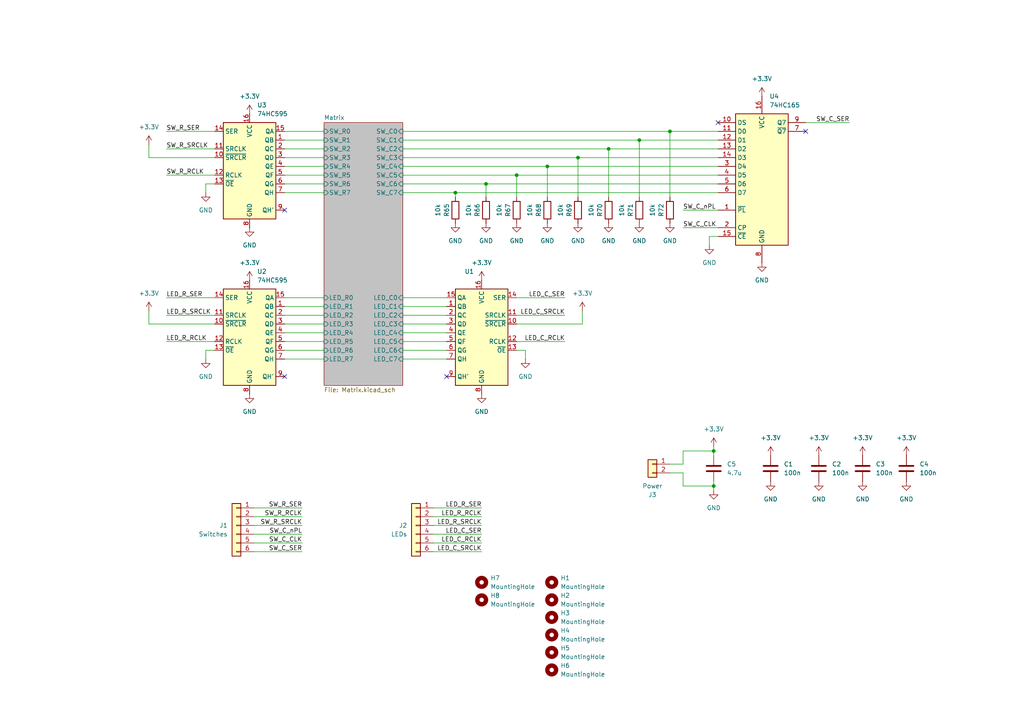
<source format=kicad_sch>
(kicad_sch (version 20231120) (generator "eeschema") (generator_version "8.0")
  (paper "A4")
  (title_block (title "Keyboard Cherry MX") (date "2024-09-21") (rev "1"))
  (lib_symbols
    (symbol "74xx:74HC165"
      (property "Reference" "U" (at -7.62 19.05 0))
      (property "Value" "74HC165" (at -7.62 -21.59 0))
      (symbol "74HC165_1_0"
        (pin input line (at -12.7 -10.16 0) (length 5.08) (name "~{PL}") (number "1"))
        (pin input line (at -12.7 15.24 0) (length 5.08) (name "DS") (number "10"))
        (pin input line (at -12.7 12.7 0) (length 5.08) (name "D0") (number "11"))
        (pin input line (at -12.7 10.16 0) (length 5.08) (name "D1") (number "12"))
        (pin input line (at -12.7 7.62 0) (length 5.08) (name "D2") (number "13"))
        (pin input line (at -12.7 5.08 0) (length 5.08) (name "D3") (number "14"))
        (pin input line (at -12.7 -17.78 0) (length 5.08) (name "~{CE}") (number "15"))
        (pin power_in line (at 0 22.86 270) (length 5.08) (name "VCC") (number "16"))
        (pin input line (at -12.7 -15.24 0) (length 5.08) (name "CP") (number "2"))
        (pin input line (at -12.7 2.54 0) (length 5.08) (name "D4") (number "3"))
        (pin input line (at -12.7 0 0) (length 5.08) (name "D5") (number "4"))
        (pin input line (at -12.7 -2.54 0) (length 5.08) (name "D6") (number "5"))
        (pin input line (at -12.7 -5.08 0) (length 5.08) (name "D7") (number "6"))
        (pin output line (at 12.7 12.7 180) (length 5.08) (name "~{Q7}") (number "7"))
        (pin power_in line (at 0 -25.4 90) (length 5.08) (name "GND") (number "8"))
        (pin output line (at 12.7 15.24 180) (length 5.08) (name "Q7") (number "9"))
      )
      (symbol "74HC165_1_1"
        (rectangle (start -7.62 17.78) (end 7.62 -20.32) (stroke (width 0.254)) (fill (type background)))
      )
    )
    (symbol "74xx:74HC595"
      (property "Reference" "U" (at -7.62 13.97 0))
      (property "Value" "74HC595" (at -7.62 -16.51 0))
      (symbol "74HC595_1_0"
        (pin tri_state line (at 10.16 7.62 180) (length 2.54) (name "QB") (number "1"))
        (pin input line (at -10.16 2.54 0) (length 2.54) (name "~{SRCLR}") (number "10"))
        (pin input line (at -10.16 5.08 0) (length 2.54) (name "SRCLK") (number "11"))
        (pin input line (at -10.16 -2.54 0) (length 2.54) (name "RCLK") (number "12"))
        (pin input line (at -10.16 -5.08 0) (length 2.54) (name "~{OE}") (number "13"))
        (pin input line (at -10.16 10.16 0) (length 2.54) (name "SER") (number "14"))
        (pin tri_state line (at 10.16 10.16 180) (length 2.54) (name "QA") (number "15"))
        (pin power_in line (at 0 15.24 270) (length 2.54) (name "VCC") (number "16"))
        (pin tri_state line (at 10.16 5.08 180) (length 2.54) (name "QC") (number "2"))
        (pin tri_state line (at 10.16 2.54 180) (length 2.54) (name "QD") (number "3"))
        (pin tri_state line (at 10.16 0 180) (length 2.54) (name "QE") (number "4"))
        (pin tri_state line (at 10.16 -2.54 180) (length 2.54) (name "QF") (number "5"))
        (pin tri_state line (at 10.16 -5.08 180) (length 2.54) (name "QG") (number "6"))
        (pin tri_state line (at 10.16 -7.62 180) (length 2.54) (name "QH") (number "7"))
        (pin power_in line (at 0 -17.78 90) (length 2.54) (name "GND") (number "8"))
        (pin output line (at 10.16 -12.7 180) (length 2.54) (name "QH'") (number "9"))
      )
      (symbol "74HC595_1_1"
        (rectangle (start -7.62 12.7) (end 7.62 -15.24) (stroke (width 0.254)) (fill (type background)))
      )
    )
    (symbol "Connector_Generic:Conn_01x02" (pin_names (offset 1.016) hide)
      (property "Reference" "J" (at 0 2.54 0))
      (property "Value" "Conn_01x02" (at 0 -5.08 0))
      (symbol "Conn_01x02_1_1"
        (rectangle (start -1.27 -2.413) (end 0 -2.667) (stroke (width 0.1524)))
        (rectangle (start -1.27 0.127) (end 0 -0.127) (stroke (width 0.1524)))
        (rectangle (start -1.27 1.27) (end 1.27 -3.81) (stroke (width 0.254)) (fill (type background)))
        (pin passive line (at -5.08 0 0) (length 3.81) (name "Pin_1") (number "1"))
        (pin passive line (at -5.08 -2.54 0) (length 3.81) (name "Pin_2") (number "2"))
      )
    )
    (symbol "Connector_Generic:Conn_01x06" (pin_names (offset 1.016) hide)
      (property "Reference" "J" (at 0 7.62 0))
      (property "Value" "Conn_01x06" (at 0 -10.16 0))
      (symbol "Conn_01x06_1_1"
        (rectangle (start -1.27 -7.493) (end 0 -7.747) (stroke (width 0.1524)))
        (rectangle (start -1.27 -4.953) (end 0 -5.207) (stroke (width 0.1524)))
        (rectangle (start -1.27 -2.413) (end 0 -2.667) (stroke (width 0.1524)))
        (rectangle (start -1.27 0.127) (end 0 -0.127) (stroke (width 0.1524)))
        (rectangle (start -1.27 2.667) (end 0 2.413) (stroke (width 0.1524)))
        (rectangle (start -1.27 5.207) (end 0 4.953) (stroke (width 0.1524)))
        (rectangle (start -1.27 6.35) (end 1.27 -8.89) (stroke (width 0.254)) (fill (type background)))
        (pin passive line (at -5.08 5.08 0) (length 3.81) (name "Pin_1") (number "1"))
        (pin passive line (at -5.08 2.54 0) (length 3.81) (name "Pin_2") (number "2"))
        (pin passive line (at -5.08 0 0) (length 3.81) (name "Pin_3") (number "3"))
        (pin passive line (at -5.08 -2.54 0) (length 3.81) (name "Pin_4") (number "4"))
        (pin passive line (at -5.08 -5.08 0) (length 3.81) (name "Pin_5") (number "5"))
        (pin passive line (at -5.08 -7.62 0) (length 3.81) (name "Pin_6") (number "6"))
      )
    )
    (symbol "Device:C" (pin_numbers hide) (pin_names (offset 0.254))
      (property "Reference" "C" (at 0.635 2.54 0))
      (property "Value" "C" (at 0.635 -2.54 0))
      (symbol "C_0_1"
        (polyline (pts (xy -2.032 -0.762) (xy 2.032 -0.762)) (stroke (width 0.508)))
        (polyline (pts (xy -2.032 0.762) (xy 2.032 0.762)) (stroke (width 0.508)))
      )
      (symbol "C_1_1"
        (pin passive line (at 0 3.81 270) (length 2.794) (name "~") (number "1"))
        (pin passive line (at 0 -3.81 90) (length 2.794) (name "~") (number "2"))
      )
    )
    (symbol "Device:R" (pin_numbers hide) (pin_names (offset 0))
      (property "Reference" "R" (at 2.032 0 90))
      (property "Value" "R" (at 0 0 90))
      (symbol "R_0_1"
        (rectangle (start -1.016 -2.54) (end 1.016 2.54) (stroke (width 0.254)))
      )
      (symbol "R_1_1"
        (pin passive line (at 0 3.81 270) (length 1.27) (name "~") (number "1"))
        (pin passive line (at 0 -3.81 90) (length 1.27) (name "~") (number "2"))
      )
    )
    (symbol "Mechanical:MountingHole" (pin_names (offset 1.016)) (exclude_from_sim yes) (in_bom no)
      (property "Reference" "H" (at 0 5.08 0))
      (property "Value" "MountingHole" (at 0 3.175 0))
      (symbol "MountingHole_0_1"
        (circle (center 0 0) (radius 1.27) (stroke (width 1.27)))
      )
    )
    (symbol "power:+3.3V" (power) (pin_numbers hide) (pin_names (offset 0) hide)
      (property "Value" "+3.3V" (at 0 3.556 0))
      (symbol "+3.3V_0_1"
        (polyline (pts (xy -0.762 1.27) (xy 0 2.54)))
        (polyline (pts (xy 0 0) (xy 0 2.54)))
        (polyline (pts (xy 0 2.54) (xy 0.762 1.27)))
      )
      (symbol "+3.3V_1_1"
        (pin power_in line (at 0 0 90) (length 0) (name "~") (number "1"))
      )
    )
    (symbol "power:GND" (power) (pin_numbers hide) (pin_names (offset 0) hide)
      (property "Value" "GND" (at 0 -3.81 0))
      (symbol "GND_0_1"
        (polyline (pts (xy 0 0) (xy 0 -1.27) (xy 1.27 -1.27) (xy 0 -2.54) (xy -1.27 -1.27) (xy 0 -1.27)))
      )
      (symbol "GND_1_1"
        (pin power_in line (at 0 0 270) (length 0) (name "~") (number "1"))
      )
    )
  )
  (junction (at 207.01 140.97))
  (junction (at 149.86 50.8))
  (junction (at 158.75 48.26))
  (junction (at 207.01 130.81))
  (junction (at 176.53 43.18))
  (junction (at 132.08 55.88))
  (junction (at 140.97 53.34))
  (junction (at 185.42 40.64))
  (junction (at 167.64 45.72))
  (junction (at 194.31 38.1))
  (no_connect (at 208.28 35.56))
  (no_connect (at 129.54 109.22))
  (no_connect (at 82.55 109.22))
  (no_connect (at 82.55 60.96))
  (no_connect (at 233.68 38.1))
  (wire (pts (xy 116.84 50.8) (xy 149.86 50.8)))
  (wire (pts (xy 82.55 91.44) (xy 93.98 91.44)))
  (wire (pts (xy 207.01 129.54) (xy 207.01 130.81)))
  (wire (pts (xy 82.55 96.52) (xy 93.98 96.52)))
  (wire (pts (xy 149.86 91.44) (xy 163.83 91.44)))
  (wire (pts (xy 208.28 45.72) (xy 167.64 45.72)))
  (wire (pts (xy 82.55 40.64) (xy 93.98 40.64)))
  (wire (pts (xy 176.53 43.18) (xy 176.53 57.15)))
  (wire (pts (xy 233.68 35.56) (xy 246.38 35.56)))
  (wire (pts (xy 116.84 101.6) (xy 129.54 101.6)))
  (wire (pts (xy 208.28 43.18) (xy 176.53 43.18)))
  (wire (pts (xy 116.84 40.64) (xy 185.42 40.64)))
  (wire (pts (xy 198.12 137.16) (xy 198.12 140.97)))
  (wire (pts (xy 208.28 40.64) (xy 185.42 40.64)))
  (wire (pts (xy 82.55 101.6) (xy 93.98 101.6)))
  (wire (pts (xy 139.7 152.4) (xy 125.73 152.4)))
  (wire (pts (xy 116.84 48.26) (xy 158.75 48.26)))
  (wire (pts (xy 139.7 149.86) (xy 125.73 149.86)))
  (wire (pts (xy 43.18 45.72) (xy 43.18 41.91)))
  (wire (pts (xy 194.31 38.1) (xy 194.31 57.15)))
  (wire (pts (xy 87.63 149.86) (xy 73.66 149.86)))
  (wire (pts (xy 48.26 38.1) (xy 62.23 38.1)))
  (wire (pts (xy 82.55 48.26) (xy 93.98 48.26)))
  (wire (pts (xy 116.84 93.98) (xy 129.54 93.98)))
  (wire (pts (xy 208.28 38.1) (xy 194.31 38.1)))
  (wire (pts (xy 62.23 93.98) (xy 43.18 93.98)))
  (wire (pts (xy 82.55 55.88) (xy 93.98 55.88)))
  (wire (pts (xy 82.55 86.36) (xy 93.98 86.36)))
  (wire (pts (xy 208.28 48.26) (xy 158.75 48.26)))
  (wire (pts (xy 116.84 99.06) (xy 129.54 99.06)))
  (wire (pts (xy 82.55 45.72) (xy 93.98 45.72)))
  (wire (pts (xy 194.31 134.62) (xy 198.12 134.62)))
  (wire (pts (xy 205.74 68.58) (xy 208.28 68.58)))
  (wire (pts (xy 198.12 66.04) (xy 208.28 66.04)))
  (wire (pts (xy 82.55 104.14) (xy 93.98 104.14)))
  (wire (pts (xy 62.23 45.72) (xy 43.18 45.72)))
  (wire (pts (xy 208.28 53.34) (xy 140.97 53.34)))
  (wire (pts (xy 116.84 96.52) (xy 129.54 96.52)))
  (wire (pts (xy 139.7 154.94) (xy 125.73 154.94)))
  (wire (pts (xy 59.69 101.6) (xy 59.69 104.14)))
  (wire (pts (xy 163.83 86.36) (xy 149.86 86.36)))
  (wire (pts (xy 82.55 53.34) (xy 93.98 53.34)))
  (wire (pts (xy 82.55 88.9) (xy 93.98 88.9)))
  (wire (pts (xy 82.55 38.1) (xy 93.98 38.1)))
  (wire (pts (xy 198.12 140.97) (xy 207.01 140.97)))
  (wire (pts (xy 48.26 43.18) (xy 62.23 43.18)))
  (wire (pts (xy 168.91 90.17) (xy 168.91 93.98)))
  (wire (pts (xy 73.66 160.02) (xy 87.63 160.02)))
  (wire (pts (xy 87.63 147.32) (xy 73.66 147.32)))
  (wire (pts (xy 62.23 53.34) (xy 59.69 53.34)))
  (wire (pts (xy 149.86 101.6) (xy 152.4 101.6)))
  (wire (pts (xy 82.55 99.06) (xy 93.98 99.06)))
  (wire (pts (xy 62.23 101.6) (xy 59.69 101.6)))
  (wire (pts (xy 73.66 154.94) (xy 87.63 154.94)))
  (wire (pts (xy 87.63 152.4) (xy 73.66 152.4)))
  (wire (pts (xy 163.83 99.06) (xy 149.86 99.06)))
  (wire (pts (xy 140.97 53.34) (xy 140.97 57.15)))
  (wire (pts (xy 82.55 43.18) (xy 93.98 43.18)))
  (wire (pts (xy 207.01 130.81) (xy 207.01 132.08)))
  (wire (pts (xy 116.84 86.36) (xy 129.54 86.36)))
  (wire (pts (xy 116.84 55.88) (xy 132.08 55.88)))
  (wire (pts (xy 207.01 140.97) (xy 207.01 139.7)))
  (wire (pts (xy 152.4 101.6) (xy 152.4 104.14)))
  (wire (pts (xy 139.7 147.32) (xy 125.73 147.32)))
  (wire (pts (xy 198.12 60.96) (xy 208.28 60.96)))
  (wire (pts (xy 185.42 40.64) (xy 185.42 57.15)))
  (wire (pts (xy 43.18 93.98) (xy 43.18 90.17)))
  (wire (pts (xy 82.55 93.98) (xy 93.98 93.98)))
  (wire (pts (xy 59.69 53.34) (xy 59.69 55.88)))
  (wire (pts (xy 125.73 160.02) (xy 139.7 160.02)))
  (wire (pts (xy 116.84 91.44) (xy 129.54 91.44)))
  (wire (pts (xy 205.74 71.12) (xy 205.74 68.58)))
  (wire (pts (xy 73.66 157.48) (xy 87.63 157.48)))
  (wire (pts (xy 139.7 157.48) (xy 125.73 157.48)))
  (wire (pts (xy 48.26 91.44) (xy 62.23 91.44)))
  (wire (pts (xy 208.28 55.88) (xy 132.08 55.88)))
  (wire (pts (xy 48.26 50.8) (xy 62.23 50.8)))
  (wire (pts (xy 116.84 43.18) (xy 176.53 43.18)))
  (wire (pts (xy 48.26 86.36) (xy 62.23 86.36)))
  (wire (pts (xy 82.55 50.8) (xy 93.98 50.8)))
  (wire (pts (xy 116.84 45.72) (xy 167.64 45.72)))
  (wire (pts (xy 208.28 50.8) (xy 149.86 50.8)))
  (wire (pts (xy 116.84 38.1) (xy 194.31 38.1)))
  (wire (pts (xy 198.12 134.62) (xy 198.12 130.81)))
  (wire (pts (xy 116.84 53.34) (xy 140.97 53.34)))
  (wire (pts (xy 167.64 45.72) (xy 167.64 57.15)))
  (wire (pts (xy 198.12 130.81) (xy 207.01 130.81)))
  (wire (pts (xy 48.26 99.06) (xy 62.23 99.06)))
  (wire (pts (xy 132.08 55.88) (xy 132.08 57.15)))
  (wire (pts (xy 116.84 88.9) (xy 129.54 88.9)))
  (wire (pts (xy 158.75 48.26) (xy 158.75 57.15)))
  (wire (pts (xy 149.86 93.98) (xy 168.91 93.98)))
  (wire (pts (xy 207.01 142.24) (xy 207.01 140.97)))
  (wire (pts (xy 116.84 104.14) (xy 129.54 104.14)))
  (wire (pts (xy 194.31 137.16) (xy 198.12 137.16)))
  (wire (pts (xy 149.86 50.8) (xy 149.86 57.15)))
  (label "LED_R_SER" (at 139.7 147.32 180))
  (label "LED_C_RCLK" (at 163.83 99.06 180))
  (label "LED_C_SER" (at 139.7 154.94 180))
  (label "SW_R_RCLK" (at 48.26 50.8 0))
  (label "SW_R_SRCLK" (at 48.26 43.18 0))
  (label "SW_C_SER" (at 246.38 35.56 180))
  (label "LED_C_SER" (at 163.83 86.36 180))
  (label "LED_C_SRCLK" (at 139.7 160.02 180))
  (label "SW_C_SER" (at 87.63 160.02 180))
  (label "SW_R_SER" (at 48.26 38.1 0))
  (label "SW_R_RCLK" (at 87.63 149.86 180))
  (label "SW_R_SRCLK" (at 87.63 152.4 180))
  (label "SW_C_nPL" (at 198.12 60.96 0))
  (label "LED_R_RCLK" (at 48.26 99.06 0))
  (label "LED_C_RCLK" (at 139.7 157.48 180))
  (label "SW_C_CLK" (at 87.63 157.48 180))
  (label "SW_R_SER" (at 87.63 147.32 180))
  (label "LED_R_SER" (at 48.26 86.36 0))
  (label "SW_C_CLK" (at 198.12 66.04 0))
  (label "LED_R_SRCLK" (at 139.7 152.4 180))
  (label "LED_C_SRCLK" (at 163.83 91.44 180))
  (label "LED_R_RCLK" (at 139.7 149.86 180))
  (label "SW_C_nPL" (at 87.63 154.94 180))
  (label "LED_R_SRCLK" (at 48.26 91.44 0))
  (symbol (lib_id "Mechanical:MountingHole") (at 160.02 184.15 0) (unit 1) (exclude_from_sim yes) (in_bom no)
    (property "Reference" "H4" (at 162.56 182.8799 0) (effects (justify left)))
    (property "Value" "MountingHole" (at 162.56 185.4199 0) (effects (justify left)))
    (property "Footprint" "MountingHole:MountingHole_3.2mm_M3" (effects (hide yes)))
    (property "Description" "Mounting Hole without connection" (effects (hide yes)))
  )
  (symbol (lib_id "Device:R") (at 149.86 60.96 0) (mirror x) (unit 1)
    (property "Reference" "R67" (at 147.32 60.96 90))
    (property "Value" "10k" (at 144.78 60.96 90))
    (property "Footprint" "Resistor_SMD:R_0805_2012Metric" (effects (hide yes)))
    (property "Description" "Resistor" (effects (hide yes)))
  )
  (symbol (lib_id "power:GND") (at 149.86 64.77 0) (mirror y) (unit 1)
    (property "Reference" "#PWR06" (effects (hide yes)))
    (property "Value" "GND" (at 149.86 69.85 0))
    (property "Description" "Power symbol creates a global label with name \"GND\" , ground" (effects (hide yes)))
  )
  (symbol (lib_id "power:GND") (at 237.49 139.7 0) (unit 1)
    (property "Reference" "#PWR09" (effects (hide yes)))
    (property "Value" "GND" (at 237.49 144.78 0))
    (property "Description" "Power symbol creates a global label with name \"GND\" , ground" (effects (hide yes)))
  )
  (symbol (lib_id "power:+3.3V") (at 220.98 27.94 0) (unit 1)
    (property "Reference" "#PWR021" (effects (hide yes)))
    (property "Value" "+3.3V" (at 220.98 22.86 0))
    (property "Description" "Power symbol creates a global label with name \"+3.3V\"" (effects (hide yes)))
  )
  (symbol (lib_id "74xx:74HC165") (at 220.98 50.8 0) (unit 1)
    (property "Reference" "U4" (at 223.1741 27.94 0) (effects (justify left)))
    (property "Value" "74HC165" (at 223.1741 30.48 0) (effects (justify left)))
    (property "Footprint" "Package_SO:SO-16_3.9x9.9mm_P1.27mm" (effects (hide yes)))
    (property "Datasheet" "https://assets.nexperia.com/documents/data-sheet/74HC_HCT165.pdf" (effects (hide yes)))
    (property "Description" "Shift Register, 8-bit, Parallel Load" (effects (hide yes)))
  )
  (symbol (lib_id "Connector_Generic:Conn_01x02") (at 189.23 134.62 0) (mirror y) (unit 1)
    (property "Reference" "J3" (at 189.23 143.51 0))
    (property "Value" "Power" (at 189.23 140.97 0))
    (property "Footprint" "Connector_PinHeader_2.54mm:PinHeader_1x02_P2.54mm_Vertical" (effects (hide yes)))
    (property "Description" "Generic connector, single row, 01x02, script generated (kicad-library-utils/schlib/autogen/connector/)" (effects (hide yes)))
  )
  (symbol (lib_id "power:GND") (at 250.19 139.7 0) (unit 1)
    (property "Reference" "#PWR015" (effects (hide yes)))
    (property "Value" "GND" (at 250.19 144.78 0))
    (property "Description" "Power symbol creates a global label with name \"GND\" , ground" (effects (hide yes)))
  )
  (symbol (lib_id "power:GND") (at 158.75 64.77 0) (mirror y) (unit 1)
    (property "Reference" "#PWR05" (effects (hide yes)))
    (property "Value" "GND" (at 158.75 69.85 0))
    (property "Description" "Power symbol creates a global label with name \"GND\" , ground" (effects (hide yes)))
  )
  (symbol (lib_id "power:+3.3V") (at 250.19 132.08 0) (unit 1)
    (property "Reference" "#PWR023" (effects (hide yes)))
    (property "Value" "+3.3V" (at 250.19 127 0))
    (property "Description" "Power symbol creates a global label with name \"+3.3V\"" (effects (hide yes)))
  )
  (symbol (lib_id "power:+3.3V") (at 139.7 81.28 0) (unit 1)
    (property "Reference" "#PWR025" (effects (hide yes)))
    (property "Value" "+3.3V" (at 139.7 76.2 0))
    (property "Description" "Power symbol creates a global label with name \"+3.3V\"" (effects (hide yes)))
  )
  (symbol (lib_id "power:+3.3V") (at 223.52 132.08 0) (unit 1)
    (property "Reference" "#PWR019" (effects (hide yes)))
    (property "Value" "+3.3V" (at 223.52 127 0))
    (property "Description" "Power symbol creates a global label with name \"+3.3V\"" (effects (hide yes)))
  )
  (symbol (lib_id "74xx:74HC595") (at 72.39 48.26 0) (unit 1)
    (property "Reference" "U3" (at 74.5841 30.48 0) (effects (justify left)))
    (property "Value" "74HC595" (at 74.5841 33.02 0) (effects (justify left)))
    (property "Footprint" "Package_SO:SO-16_3.9x9.9mm_P1.27mm" (effects (hide yes)))
    (property "Datasheet" "http://www.ti.com/lit/ds/symlink/sn74hc595.pdf" (effects (hide yes)))
    (property "Description" "8-bit serial in/out Shift Register 3-State Outputs" (effects (hide yes)))
  )
  (symbol (lib_id "power:GND") (at 194.31 64.77 0) (mirror y) (unit 1)
    (property "Reference" "#PWR01" (effects (hide yes)))
    (property "Value" "GND" (at 194.31 69.85 0))
    (property "Description" "Power symbol creates a global label with name \"GND\" , ground" (effects (hide yes)))
  )
  (symbol (lib_id "Device:R") (at 132.08 60.96 0) (mirror x) (unit 1)
    (property "Reference" "R65" (at 129.54 60.96 90))
    (property "Value" "10k" (at 127 60.96 90))
    (property "Footprint" "Resistor_SMD:R_0805_2012Metric" (effects (hide yes)))
    (property "Description" "Resistor" (effects (hide yes)))
  )
  (symbol (lib_id "Mechanical:MountingHole") (at 139.7 173.99 0) (unit 1) (exclude_from_sim yes) (in_bom no)
    (property "Reference" "H8" (at 142.24 172.7199 0) (effects (justify left)))
    (property "Value" "MountingHole" (at 142.24 175.2599 0) (effects (justify left)))
    (property "Footprint" "MountingHole:MountingHole_3.2mm_M3" (effects (hide yes)))
    (property "Description" "Mounting Hole without connection" (effects (hide yes)))
  )
  (symbol (lib_id "power:GND") (at 72.39 66.04 0) (unit 1)
    (property "Reference" "#PWR016" (effects (hide yes)))
    (property "Value" "GND" (at 72.39 71.12 0))
    (property "Description" "Power symbol creates a global label with name \"GND\" , ground" (effects (hide yes)))
  )
  (symbol (lib_id "74xx:74HC595") (at 139.7 96.52 0) (mirror y) (unit 1)
    (property "Reference" "U1" (at 137.5059 78.74 0) (effects (justify left)))
    (property "Value" "74HC595" (effects (hide yes)))
    (property "Footprint" "Package_SO:SO-16_3.9x9.9mm_P1.27mm" (effects (hide yes)))
    (property "Datasheet" "http://www.ti.com/lit/ds/symlink/sn74hc595.pdf" (effects (hide yes)))
    (property "Description" "8-bit serial in/out Shift Register 3-State Outputs" (effects (hide yes)))
  )
  (symbol (lib_id "power:+3.3V") (at 43.18 90.17 0) (mirror y) (unit 1)
    (property "Reference" "#PWR030" (effects (hide yes)))
    (property "Value" "+3.3V" (at 43.18 85.09 0))
    (property "Description" "Power symbol creates a global label with name \"+3.3V\"" (effects (hide yes)))
  )
  (symbol (lib_id "power:GND") (at 152.4 104.14 0) (unit 1)
    (property "Reference" "#PWR027" (effects (hide yes)))
    (property "Value" "GND" (at 152.4 109.22 0))
    (property "Description" "Power symbol creates a global label with name \"GND\" , ground" (effects (hide yes)))
  )
  (symbol (lib_id "Device:C") (at 223.52 135.89 0) (unit 1)
    (property "Reference" "C1" (at 227.33 134.6199 0) (effects (justify left)))
    (property "Value" "100n" (at 227.33 137.1599 0) (effects (justify left)))
    (property "Footprint" "Capacitor_SMD:C_0805_2012Metric" (effects (hide yes)))
    (property "Description" "Unpolarized capacitor" (effects (hide yes)))
  )
  (symbol (lib_id "power:+3.3V") (at 237.49 132.08 0) (unit 1)
    (property "Reference" "#PWR018" (effects (hide yes)))
    (property "Value" "+3.3V" (at 237.49 127 0))
    (property "Description" "Power symbol creates a global label with name \"+3.3V\"" (effects (hide yes)))
  )
  (symbol (lib_id "Device:R") (at 167.64 60.96 0) (mirror x) (unit 1)
    (property "Reference" "R69" (at 165.1 60.96 90))
    (property "Value" "10k" (at 162.56 60.96 90))
    (property "Footprint" "Resistor_SMD:R_0805_2012Metric" (effects (hide yes)))
    (property "Description" "Resistor" (effects (hide yes)))
  )
  (symbol (lib_id "Connector_Generic:Conn_01x06") (at 68.58 152.4 0) (mirror y) (unit 1)
    (property "Reference" "J1" (at 66.04 152.3999 0) (effects (justify left)))
    (property "Value" "Switches" (at 66.04 154.9399 0) (effects (justify left)))
    (property "Footprint" "Connector_PinHeader_2.54mm:PinHeader_1x06_P2.54mm_Vertical" (effects (hide yes)))
    (property "Description" "Generic connector, single row, 01x06, script generated (kicad-library-utils/schlib/autogen/connector/)" (effects (hide yes)))
  )
  (symbol (lib_id "power:+3.3V") (at 262.89 132.08 0) (unit 1)
    (property "Reference" "#PWR020" (effects (hide yes)))
    (property "Value" "+3.3V" (at 262.89 127 0))
    (property "Description" "Power symbol creates a global label with name \"+3.3V\"" (effects (hide yes)))
  )
  (symbol (lib_id "power:GND") (at 207.01 142.24 0) (unit 1)
    (property "Reference" "#PWR026" (effects (hide yes)))
    (property "Value" "GND" (at 207.01 147.32 0))
    (property "Description" "Power symbol creates a global label with name \"GND\" , ground" (effects (hide yes)))
  )
  (symbol (lib_id "power:+3.3V") (at 72.39 33.02 0) (unit 1)
    (property "Reference" "#PWR022" (effects (hide yes)))
    (property "Value" "+3.3V" (at 72.39 27.94 0))
    (property "Description" "Power symbol creates a global label with name \"+3.3V\"" (effects (hide yes)))
  )
  (symbol (lib_id "power:GND") (at 59.69 104.14 0) (mirror y) (unit 1)
    (property "Reference" "#PWR029" (effects (hide yes)))
    (property "Value" "GND" (at 59.69 109.22 0))
    (property "Description" "Power symbol creates a global label with name \"GND\" , ground" (effects (hide yes)))
  )
  (symbol (lib_id "power:GND") (at 220.98 76.2 0) (unit 1)
    (property "Reference" "#PWR012" (effects (hide yes)))
    (property "Value" "GND" (at 220.98 81.28 0))
    (property "Description" "Power symbol creates a global label with name \"GND\" , ground" (effects (hide yes)))
  )
  (symbol (lib_id "Device:R") (at 194.31 60.96 0) (mirror x) (unit 1)
    (property "Reference" "R72" (at 191.77 60.96 90))
    (property "Value" "10k" (at 189.23 60.96 90))
    (property "Footprint" "Resistor_SMD:R_0805_2012Metric" (effects (hide yes)))
    (property "Description" "Resistor" (effects (hide yes)))
  )
  (symbol (lib_id "power:GND") (at 140.97 64.77 0) (mirror y) (unit 1)
    (property "Reference" "#PWR07" (effects (hide yes)))
    (property "Value" "GND" (at 140.97 69.85 0))
    (property "Description" "Power symbol creates a global label with name \"GND\" , ground" (effects (hide yes)))
  )
  (symbol (lib_id "Device:R") (at 185.42 60.96 0) (mirror x) (unit 1)
    (property "Reference" "R71" (at 182.88 60.96 90))
    (property "Value" "10k" (at 180.34 60.96 90))
    (property "Footprint" "Resistor_SMD:R_0805_2012Metric" (effects (hide yes)))
    (property "Description" "Resistor" (effects (hide yes)))
  )
  (symbol (lib_id "Mechanical:MountingHole") (at 160.02 179.07 0) (unit 1) (exclude_from_sim yes) (in_bom no)
    (property "Reference" "H3" (at 162.56 177.7999 0) (effects (justify left)))
    (property "Value" "MountingHole" (at 162.56 180.3399 0) (effects (justify left)))
    (property "Footprint" "MountingHole:MountingHole_3.2mm_M3" (effects (hide yes)))
    (property "Description" "Mounting Hole without connection" (effects (hide yes)))
  )
  (symbol (lib_id "Device:C") (at 237.49 135.89 0) (unit 1)
    (property "Reference" "C2" (at 241.3 134.6199 0) (effects (justify left)))
    (property "Value" "100n" (at 241.3 137.1599 0) (effects (justify left)))
    (property "Footprint" "Capacitor_SMD:C_0805_2012Metric" (effects (hide yes)))
    (property "Description" "Unpolarized capacitor" (effects (hide yes)))
  )
  (symbol (lib_id "Mechanical:MountingHole") (at 160.02 194.31 0) (unit 1) (exclude_from_sim yes) (in_bom no)
    (property "Reference" "H6" (at 162.56 193.0399 0) (effects (justify left)))
    (property "Value" "MountingHole" (at 162.56 195.5799 0) (effects (justify left)))
    (property "Footprint" "MountingHole:MountingHole_3.2mm_M3" (effects (hide yes)))
    (property "Description" "Mounting Hole without connection" (effects (hide yes)))
  )
  (symbol (lib_id "power:GND") (at 223.52 139.7 0) (unit 1)
    (property "Reference" "#PWR010" (effects (hide yes)))
    (property "Value" "GND" (at 223.52 144.78 0))
    (property "Description" "Power symbol creates a global label with name \"GND\" , ground" (effects (hide yes)))
  )
  (symbol (lib_id "power:GND") (at 132.08 64.77 0) (mirror y) (unit 1)
    (property "Reference" "#PWR08" (effects (hide yes)))
    (property "Value" "GND" (at 132.08 69.85 0))
    (property "Description" "Power symbol creates a global label with name \"GND\" , ground" (effects (hide yes)))
  )
  (symbol (lib_id "Device:C") (at 207.01 135.89 0) (unit 1)
    (property "Reference" "C5" (at 210.82 134.6199 0) (effects (justify left)))
    (property "Value" "4.7u" (at 210.82 137.1599 0) (effects (justify left)))
    (property "Footprint" "Capacitor_SMD:C_0805_2012Metric" (effects (hide yes)))
    (property "Description" "Unpolarized capacitor" (effects (hide yes)))
  )
  (symbol (lib_id "power:GND") (at 167.64 64.77 0) (mirror y) (unit 1)
    (property "Reference" "#PWR04" (effects (hide yes)))
    (property "Value" "GND" (at 167.64 69.85 0))
    (property "Description" "Power symbol creates a global label with name \"GND\" , ground" (effects (hide yes)))
  )
  (symbol (lib_id "power:+3.3V") (at 72.39 81.28 0) (unit 1)
    (property "Reference" "#PWR024" (effects (hide yes)))
    (property "Value" "+3.3V" (at 72.39 76.2 0))
    (property "Description" "Power symbol creates a global label with name \"+3.3V\"" (effects (hide yes)))
  )
  (symbol (lib_id "power:+3.3V") (at 43.18 41.91 0) (mirror y) (unit 1)
    (property "Reference" "#PWR031" (effects (hide yes)))
    (property "Value" "+3.3V" (at 43.18 36.83 0))
    (property "Description" "Power symbol creates a global label with name \"+3.3V\"" (effects (hide yes)))
  )
  (symbol (lib_id "Device:R") (at 140.97 60.96 0) (mirror x) (unit 1)
    (property "Reference" "R66" (at 138.43 60.96 90))
    (property "Value" "10k" (at 135.89 60.96 90))
    (property "Footprint" "Resistor_SMD:R_0805_2012Metric" (effects (hide yes)))
    (property "Description" "Resistor" (effects (hide yes)))
  )
  (symbol (lib_id "Mechanical:MountingHole") (at 160.02 189.23 0) (unit 1) (exclude_from_sim yes) (in_bom no)
    (property "Reference" "H5" (at 162.56 187.9599 0) (effects (justify left)))
    (property "Value" "MountingHole" (at 162.56 190.4999 0) (effects (justify left)))
    (property "Footprint" "MountingHole:MountingHole_3.2mm_M3" (effects (hide yes)))
    (property "Description" "Mounting Hole without connection" (effects (hide yes)))
  )
  (symbol (lib_id "Mechanical:MountingHole") (at 139.7 168.91 0) (unit 1) (exclude_from_sim yes) (in_bom no)
    (property "Reference" "H7" (at 142.24 167.6399 0) (effects (justify left)))
    (property "Value" "MountingHole" (at 142.24 170.1799 0) (effects (justify left)))
    (property "Footprint" "MountingHole:MountingHole_3.2mm_M3" (effects (hide yes)))
    (property "Description" "Mounting Hole without connection" (effects (hide yes)))
  )
  (symbol (lib_id "Connector_Generic:Conn_01x06") (at 120.65 152.4 0) (mirror y) (unit 1)
    (property "Reference" "J2" (at 118.11 152.3999 0) (effects (justify left)))
    (property "Value" "LEDs" (at 118.11 154.9399 0) (effects (justify left)))
    (property "Footprint" "Connector_PinHeader_2.54mm:PinHeader_1x06_P2.54mm_Vertical" (effects (hide yes)))
    (property "Description" "Generic connector, single row, 01x06, script generated (kicad-library-utils/schlib/autogen/connector/)" (effects (hide yes)))
  )
  (symbol (lib_id "Device:C") (at 250.19 135.89 0) (unit 1)
    (property "Reference" "C3" (at 254 134.6199 0) (effects (justify left)))
    (property "Value" "100n" (at 254 137.1599 0) (effects (justify left)))
    (property "Footprint" "Capacitor_SMD:C_0805_2012Metric" (effects (hide yes)))
    (property "Description" "Unpolarized capacitor" (effects (hide yes)))
  )
  (symbol (lib_id "power:GND") (at 185.42 64.77 0) (mirror y) (unit 1)
    (property "Reference" "#PWR02" (effects (hide yes)))
    (property "Value" "GND" (at 185.42 69.85 0))
    (property "Description" "Power symbol creates a global label with name \"GND\" , ground" (effects (hide yes)))
  )
  (symbol (lib_id "power:+3.3V") (at 207.01 129.54 0) (unit 1)
    (property "Reference" "#PWR017" (effects (hide yes)))
    (property "Value" "+3.3V" (at 207.01 124.46 0))
    (property "Description" "Power symbol creates a global label with name \"+3.3V\"" (effects (hide yes)))
  )
  (symbol (lib_id "power:GND") (at 176.53 64.77 0) (mirror y) (unit 1)
    (property "Reference" "#PWR03" (effects (hide yes)))
    (property "Value" "GND" (at 176.53 69.85 0))
    (property "Description" "Power symbol creates a global label with name \"GND\" , ground" (effects (hide yes)))
  )
  (symbol (lib_id "Device:R") (at 176.53 60.96 0) (mirror x) (unit 1)
    (property "Reference" "R70" (at 173.99 60.96 90))
    (property "Value" "10k" (at 171.45 60.96 90))
    (property "Footprint" "Resistor_SMD:R_0805_2012Metric" (effects (hide yes)))
    (property "Description" "Resistor" (effects (hide yes)))
  )
  (symbol (lib_id "power:GND") (at 139.7 114.3 0) (unit 1)
    (property "Reference" "#PWR013" (effects (hide yes)))
    (property "Value" "GND" (at 139.7 119.38 0))
    (property "Description" "Power symbol creates a global label with name \"GND\" , ground" (effects (hide yes)))
  )
  (symbol (lib_id "Device:R") (at 158.75 60.96 0) (mirror x) (unit 1)
    (property "Reference" "R68" (at 156.21 60.96 90))
    (property "Value" "10k" (at 153.67 60.96 90))
    (property "Footprint" "Resistor_SMD:R_0805_2012Metric" (effects (hide yes)))
    (property "Description" "Resistor" (effects (hide yes)))
  )
  (symbol (lib_id "power:+3.3V") (at 168.91 90.17 0) (unit 1)
    (property "Reference" "#PWR028" (effects (hide yes)))
    (property "Value" "+3.3V" (at 168.91 85.09 0))
    (property "Description" "Power symbol creates a global label with name \"+3.3V\"" (effects (hide yes)))
  )
  (symbol (lib_id "Mechanical:MountingHole") (at 160.02 173.99 0) (unit 1) (exclude_from_sim yes) (in_bom no)
    (property "Reference" "H2" (at 162.56 172.7199 0) (effects (justify left)))
    (property "Value" "MountingHole" (at 162.56 175.2599 0) (effects (justify left)))
    (property "Footprint" "MountingHole:MountingHole_3.2mm_M3" (effects (hide yes)))
    (property "Description" "Mounting Hole without connection" (effects (hide yes)))
  )
  (symbol (lib_id "power:GND") (at 205.74 71.12 0) (unit 1)
    (property "Reference" "#PWR033" (effects (hide yes)))
    (property "Value" "GND" (at 205.74 76.2 0))
    (property "Description" "Power symbol creates a global label with name \"GND\" , ground" (effects (hide yes)))
  )
  (symbol (lib_id "Device:C") (at 262.89 135.89 0) (unit 1)
    (property "Reference" "C4" (at 266.7 134.6199 0) (effects (justify left)))
    (property "Value" "100n" (at 266.7 137.1599 0) (effects (justify left)))
    (property "Footprint" "Capacitor_SMD:C_0805_2012Metric" (effects (hide yes)))
    (property "Description" "Unpolarized capacitor" (effects (hide yes)))
  )
  (symbol (lib_id "power:GND") (at 59.69 55.88 0) (mirror y) (unit 1)
    (property "Reference" "#PWR032" (effects (hide yes)))
    (property "Value" "GND" (at 59.69 60.96 0))
    (property "Description" "Power symbol creates a global label with name \"GND\" , ground" (effects (hide yes)))
  )
  (symbol (lib_id "power:GND") (at 72.39 114.3 0) (unit 1)
    (property "Reference" "#PWR014" (effects (hide yes)))
    (property "Value" "GND" (at 72.39 119.38 0))
    (property "Description" "Power symbol creates a global label with name \"GND\" , ground" (effects (hide yes)))
  )
  (symbol (lib_id "74xx:74HC595") (at 72.39 96.52 0) (unit 1)
    (property "Reference" "U2" (at 74.5841 78.74 0) (effects (justify left)))
    (property "Value" "74HC595" (at 74.5841 81.28 0) (effects (justify left)))
    (property "Footprint" "Package_SO:SO-16_3.9x9.9mm_P1.27mm" (effects (hide yes)))
    (property "Datasheet" "http://www.ti.com/lit/ds/symlink/sn74hc595.pdf" (effects (hide yes)))
    (property "Description" "8-bit serial in/out Shift Register 3-State Outputs" (effects (hide yes)))
  )
  (symbol (lib_id "Mechanical:MountingHole") (at 160.02 168.91 0) (unit 1) (exclude_from_sim yes) (in_bom no)
    (property "Reference" "H1" (at 162.56 167.6399 0) (effects (justify left)))
    (property "Value" "MountingHole" (at 162.56 170.1799 0) (effects (justify left)))
    (property "Footprint" "MountingHole:MountingHole_3.2mm_M3" (effects (hide yes)))
    (property "Description" "Mounting Hole without connection" (effects (hide yes)))
  )
  (symbol (lib_id "power:GND") (at 262.89 139.7 0) (unit 1)
    (property "Reference" "#PWR011" (effects (hide yes)))
    (property "Value" "GND" (at 262.89 144.78 0))
    (property "Description" "Power symbol creates a global label with name \"GND\" , ground" (effects (hide yes)))
  )
  (sheet (at 93.98 35.56) (size 22.86 76.2) (stroke (width 0.1524)) (fill (color 194 194 194 1.0000))
    (property "Sheetname" "Matrix" (at 93.98 34.8484 0) (effects (justify left bottom)))
    (property "Sheetfile" "Matrix.kicad_sch" (at 93.98 112.3446 0) (effects (justify left top)))
    (pin "SW_C4" input (at 116.84 48.26 0))
    (pin "LED_C4" input (at 116.84 96.52 0))
    (pin "SW_C5" input (at 116.84 50.8 0))
    (pin "SW_C3" input (at 116.84 45.72 0))
    (pin "LED_C6" input (at 116.84 101.6 0))
    (pin "LED_C5" input (at 116.84 99.06 0))
    (pin "SW_C6" input (at 116.84 53.34 0))
    (pin "LED_C7" input (at 116.84 104.14 0))
    (pin "SW_C7" input (at 116.84 55.88 0))
    (pin "SW_R0" input (at 93.98 38.1 180))
    (pin "LED_R0" input (at 93.98 86.36 180))
    (pin "LED_R2" input (at 93.98 91.44 180))
    (pin "LED_R1" input (at 93.98 88.9 180))
    (pin "SW_R1" input (at 93.98 40.64 180))
    (pin "SW_R2" input (at 93.98 43.18 180))
    (pin "SW_C1" input (at 116.84 40.64 0))
    (pin "LED_C1" input (at 116.84 88.9 0))
    (pin "LED_C3" input (at 116.84 93.98 0))
    (pin "SW_C2" input (at 116.84 43.18 0))
    (pin "LED_C2" input (at 116.84 91.44 0))
    (pin "SW_C0" input (at 116.84 38.1 0))
    (pin "LED_C0" input (at 116.84 86.36 0))
    (pin "SW_R3" input (at 93.98 45.72 180))
    (pin "LED_R3" input (at 93.98 93.98 180))
    (pin "SW_R4" input (at 93.98 48.26 180))
    (pin "LED_R4" input (at 93.98 96.52 180))
    (pin "LED_R5" input (at 93.98 99.06 180))
    (pin "SW_R5" input (at 93.98 50.8 180))
    (pin "SW_R7" input (at 93.98 55.88 180))
    (pin "LED_R7" input (at 93.98 104.14 180))
    (pin "LED_R6" input (at 93.98 101.6 180))
    (pin "SW_R6" input (at 93.98 53.34 180))
  )
)
</source>
